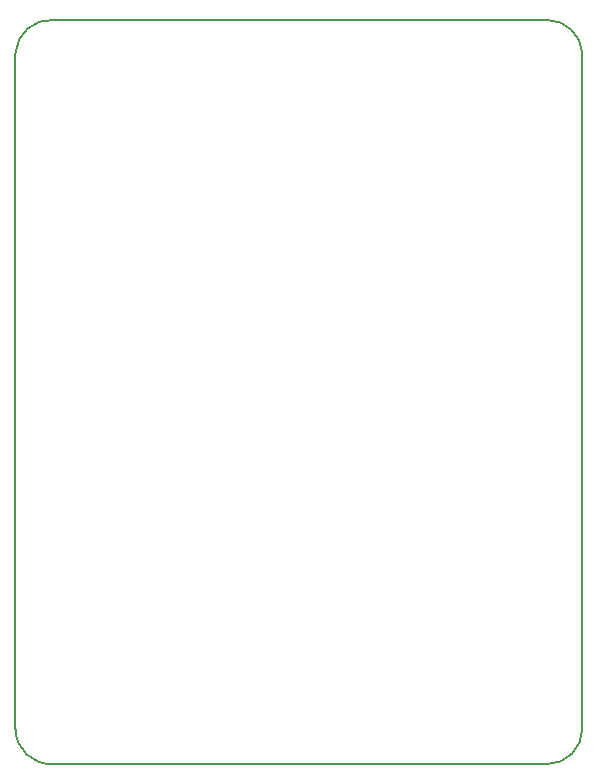
<source format=gm1>
G04 #@! TF.GenerationSoftware,KiCad,Pcbnew,7.0.8*
G04 #@! TF.CreationDate,2024-05-09T20:35:49-03:00*
G04 #@! TF.ProjectId,lamp_module_x1,6c616d70-5f6d-46f6-9475-6c655f78312e,1.1*
G04 #@! TF.SameCoordinates,Original*
G04 #@! TF.FileFunction,Profile,NP*
%FSLAX46Y46*%
G04 Gerber Fmt 4.6, Leading zero omitted, Abs format (unit mm)*
G04 Created by KiCad (PCBNEW 7.0.8) date 2024-05-09 20:35:49*
%MOMM*%
%LPD*%
G01*
G04 APERTURE LIST*
G04 #@! TA.AperFunction,Profile*
%ADD10C,0.200000*%
G04 #@! TD*
G04 APERTURE END LIST*
D10*
X131784000Y-50918154D02*
X173559033Y-50918154D01*
X128554671Y-110926932D02*
G75*
G03*
X131784000Y-113918153I3000029J32D01*
G01*
X128554673Y-110926932D02*
X128550245Y-53743935D01*
X176553916Y-53744451D02*
G75*
G03*
X173559033Y-50918154I-2994916J-173649D01*
G01*
X131784005Y-50918091D02*
G75*
G03*
X128550246Y-53743935I-229905J-3000109D01*
G01*
X131784000Y-113918154D02*
X173554000Y-113918154D01*
X176554000Y-53744446D02*
X176554000Y-110918154D01*
X173554000Y-113918200D02*
G75*
G03*
X176554000Y-110918154I0J3000000D01*
G01*
M02*

</source>
